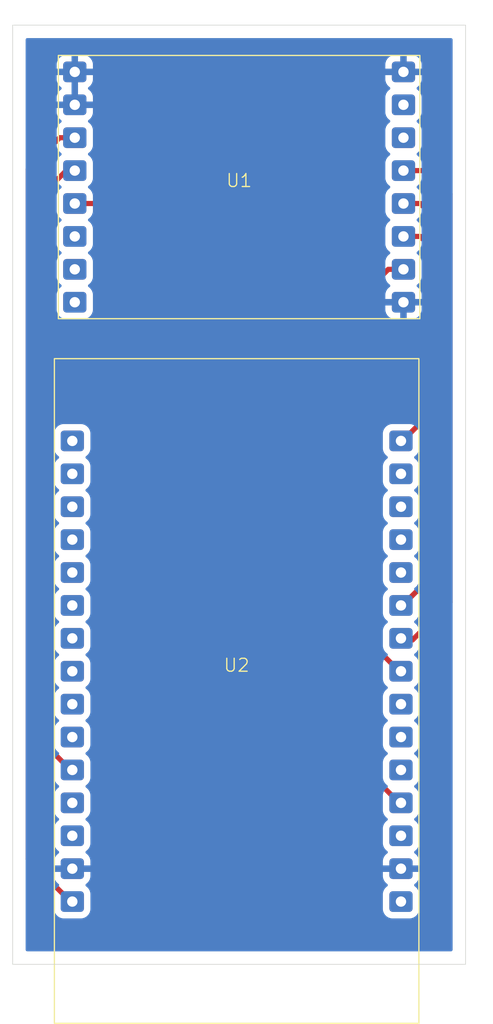
<source format=kicad_pcb>
(kicad_pcb (version 20240108) (generator "pcbnew") (generator_version "8.0")
  (layers (0 "F.Cu" signal) (31 "B.Cu" power) (36 "B.SilkS" user "B.Silkscreen") (37 "F.SilkS" user "F.Silkscreen") (44 "Edge.Cuts" user))
  (net 0 "")
  (net 1 "GND")
  (net 2 "DIO0")
  (net 6 "RST")
  (net 7 "MISO")
  (net 8 "3V3")
  (net 11 "SCK")
  (net 12 "NSS")
  (net 13 "MOSI")
  (footprint "drdo:ESP32_WROOM_32E" (layer "F.Cu") (at 114.808 87.376)
    (property "Reference" "U2" (at 0 -0.46 0) (layer "F.SilkS") (effects (font (thickness 0.1))))
    (property "Value" "ESP32_WROOM_32E")
    (fp_rect (start -14.085 -24.13) (end 14.085 27.18) (stroke (width 0.1)) (fill none) (layer "F.SilkS"))
    (pad "1" thru_hole roundrect (at -12.7 -17.78) (size 1.8 1.6) (drill 0.8) (layers "*.Cu" "*.Mask") (roundrect_rratio 0.1640419948))
    (pad "2" thru_hole roundrect (at -12.7 -15.24) (size 1.8 1.6) (drill 0.8) (layers "*.Cu" "*.Mask") (roundrect_rratio 0.1640419948))
    (pad "3" thru_hole roundrect (at -12.7 -12.7) (size 1.8 1.6) (drill 0.8) (layers "*.Cu" "*.Mask") (roundrect_rratio 0.1640419948))
    (pad "4" thru_hole roundrect (at -12.7 -10.16) (size 1.8 1.6) (drill 0.8) (layers "*.Cu" "*.Mask") (roundrect_rratio 0.1640419948))
    (pad "5" thru_hole roundrect (at -12.7 -7.62) (size 1.8 1.6) (drill 0.8) (layers "*.Cu" "*.Mask") (roundrect_rratio 0.1640419948))
    (pad "6" thru_hole roundrect (at -12.7 -5.08) (size 1.8 1.6) (drill 0.8) (layers "*.Cu" "*.Mask") (roundrect_rratio 0.1640419948))
    (pad "7" thru_hole roundrect (at -12.7 -2.54) (size 1.8 1.6) (drill 0.8) (layers "*.Cu" "*.Mask") (roundrect_rratio 0.1640419948))
    (pad "8" thru_hole roundrect (at -12.7 0) (size 1.8 1.6) (drill 0.8) (layers "*.Cu" "*.Mask") (roundrect_rratio 0.1640419948))
    (pad "9" thru_hole roundrect (at -12.7 2.54) (size 1.8 1.6) (drill 0.8) (layers "*.Cu" "*.Mask") (roundrect_rratio 0.1640419948))
    (pad "10" thru_hole roundrect (at -12.7 5.08) (size 1.8 1.6) (drill 0.8) (layers "*.Cu" "*.Mask") (roundrect_rratio 0.1640419948))
    (pad "11" thru_hole roundrect (at -12.7 7.62) (size 1.8 1.6) (drill 0.8) (layers "*.Cu" "*.Mask") (roundrect_rratio 0.1640419948) (net 6 "RST"))
    (pad "12" thru_hole roundrect (at -12.7 10.16) (size 1.8 1.6) (drill 0.8) (layers "*.Cu" "*.Mask") (roundrect_rratio 0.1640419948))
    (pad "13" thru_hole roundrect (at -12.7 12.7) (size 1.8 1.6) (drill 0.8) (layers "*.Cu" "*.Mask") (roundrect_rratio 0.1640419948))
    (pad "14" thru_hole roundrect (at -12.7 15.24) (size 1.8 1.6) (drill 0.8) (layers "*.Cu" "*.Mask") (roundrect_rratio 0.1640419948) (net 1 "GND"))
    (pad "15" thru_hole roundrect (at -12.7 17.78) (size 1.8 1.6) (drill 0.8) (layers "*.Cu" "*.Mask") (roundrect_rratio 0.1640419948) (net 8 "3V3"))
    (pad "16" thru_hole roundrect (at 12.7 17.78) (size 1.8 1.6) (drill 0.8) (layers "*.Cu" "*.Mask") (roundrect_rratio 0.1640419948))
    (pad "17" thru_hole roundrect (at 12.7 15.24) (size 1.8 1.6) (drill 0.8) (layers "*.Cu" "*.Mask") (roundrect_rratio 0.1640419948) (net 1 "GND"))
    (pad "18" thru_hole roundrect (at 12.7 12.7) (size 1.8 1.6) (drill 0.8) (layers "*.Cu" "*.Mask") (roundrect_rratio 0.1640419948))
    (pad "19" thru_hole roundrect (at 12.7 10.16) (size 1.8 1.6) (drill 0.8) (layers "*.Cu" "*.Mask") (roundrect_rratio 0.1640419948) (net 2 "DIO0"))
    (pad "20" thru_hole roundrect (at 12.7 7.62) (size 1.8 1.6) (drill 0.8) (layers "*.Cu" "*.Mask") (roundrect_rratio 0.1640419948))
    (pad "21" thru_hole roundrect (at 12.7 5.08) (size 1.8 1.6) (drill 0.8) (layers "*.Cu" "*.Mask") (roundrect_rratio 0.1640419948))
    (pad "22" thru_hole roundrect (at 12.7 2.54) (size 1.8 1.6) (drill 0.8) (layers "*.Cu" "*.Mask") (roundrect_rratio 0.1640419948))
    (pad "23" thru_hole roundrect (at 12.7 0) (size 1.8 1.6) (drill 0.8) (layers "*.Cu" "*.Mask") (roundrect_rratio 0.1640419948) (net 12 "NSS"))
    (pad "24" thru_hole roundrect (at 12.7 -2.54) (size 1.8 1.6) (drill 0.8) (layers "*.Cu" "*.Mask") (roundrect_rratio 0.1640419948) (net 11 "SCK"))
    (pad "25" thru_hole roundrect (at 12.7 -5.08) (size 1.8 1.6) (drill 0.8) (layers "*.Cu" "*.Mask") (roundrect_rratio 0.1640419948) (net 7 "MISO"))
    (pad "26" thru_hole roundrect (at 12.7 -7.62) (size 1.8 1.6) (drill 0.8) (layers "*.Cu" "*.Mask") (roundrect_rratio 0.1640419948))
    (pad "27" thru_hole roundrect (at 12.7 -10.16) (size 1.8 1.6) (drill 0.8) (layers "*.Cu" "*.Mask") (roundrect_rratio 0.1640419948))
    (pad "28" thru_hole roundrect (at 12.7 -12.7) (size 1.8 1.6) (drill 0.8) (layers "*.Cu" "*.Mask") (roundrect_rratio 0.1640419948))
    (pad "29" thru_hole roundrect (at 12.7 -15.24) (size 1.8 1.6) (drill 0.8) (layers "*.Cu" "*.Mask") (roundrect_rratio 0.1640419948))
    (pad "30" thru_hole roundrect (at 12.7 -17.78) (size 1.8 1.6) (drill 0.8) (layers "*.Cu" "*.Mask") (roundrect_rratio 0.1640419948) (net 13 "MOSI"))
  )
  (footprint "drdo:LoRA_Ra02" (layer "F.Cu") (at 115 50)
    (property "Reference" "U1" (at 0 -0.5 0) (layer "F.SilkS") (effects (font (thickness 0.1))))
    (property "Value" "LoRa_Ra02")
    (fp_rect (start -13.97 -10.16) (end 13.97 10.16) (stroke (width 0.1)) (fill none) (layer "F.SilkS"))
    (pad "1" thru_hole roundrect (at -12.7 -8.89) (size 1.8 1.6) (drill 0.8) (layers "*.Cu" "*.Mask") (roundrect_rratio 0.1640419948) (net 1 "GND"))
    (pad "2" thru_hole roundrect (at -12.7 -6.35) (size 1.8 1.6) (drill 0.8) (layers "*.Cu" "*.Mask") (roundrect_rratio 0.1640419948) (net 1 "GND"))
    (pad "3" thru_hole roundrect (at -12.7 -3.81) (size 1.8 1.6) (drill 0.8) (layers "*.Cu" "*.Mask") (roundrect_rratio 0.1640419948) (net 8 "3V3"))
    (pad "4" thru_hole roundrect (at -12.7 -1.27) (size 1.8 1.6) (drill 0.8) (layers "*.Cu" "*.Mask") (roundrect_rratio 0.1640419948) (net 6 "RST"))
    (pad "5" thru_hole roundrect (at -12.7 1.27) (size 1.8 1.6) (drill 0.8) (layers "*.Cu" "*.Mask") (roundrect_rratio 0.1640419948) (net 2 "DIO0"))
    (pad "6" thru_hole roundrect (at -12.7 3.81) (size 1.8 1.6) (drill 0.8) (layers "*.Cu" "*.Mask") (roundrect_rratio 0.1640419948))
    (pad "7" thru_hole roundrect (at -12.7 6.35) (size 1.8 1.6) (drill 0.8) (layers "*.Cu" "*.Mask") (roundrect_rratio 0.1640419948))
    (pad "8" thru_hole roundrect (at -12.7 8.89) (size 1.8 1.6) (drill 0.8) (layers "*.Cu" "*.Mask") (roundrect_rratio 0.1640419948))
    (pad "9" thru_hole roundrect (at 12.7 8.89) (size 1.8 1.6) (drill 0.8) (layers "*.Cu" "*.Mask") (roundrect_rratio 0.1640419948) (net 1 "GND"))
    (pad "10" thru_hole roundrect (at 12.7 6.35) (size 1.8 1.6) (drill 0.8) (layers "*.Cu" "*.Mask") (roundrect_rratio 0.1640419948) (net 12 "NSS"))
    (pad "11" thru_hole roundrect (at 12.7 3.81) (size 1.8 1.6) (drill 0.8) (layers "*.Cu" "*.Mask") (roundrect_rratio 0.1640419948) (net 13 "MOSI"))
    (pad "12" thru_hole roundrect (at 12.7 1.27) (size 1.8 1.6) (drill 0.8) (layers "*.Cu" "*.Mask") (roundrect_rratio 0.1640419948) (net 7 "MISO"))
    (pad "13" thru_hole roundrect (at 12.7 -1.27) (size 1.8 1.6) (drill 0.8) (layers "*.Cu" "*.Mask") (roundrect_rratio 0.1640419948) (net 11 "SCK"))
    (pad "14" thru_hole roundrect (at 12.7 -3.81) (size 1.8 1.6) (drill 0.8) (layers "*.Cu" "*.Mask") (roundrect_rratio 0.1640419948))
    (pad "15" thru_hole roundrect (at 12.7 -6.35) (size 1.8 1.6) (drill 0.8) (layers "*.Cu" "*.Mask") (roundrect_rratio 0.1640419948))
    (pad "16" thru_hole roundrect (at 12.7 -8.89) (size 1.8 1.6) (drill 0.8) (layers "*.Cu" "*.Mask") (roundrect_rratio 0.1640419948) (net 1 "GND"))
  )
  (gr_rect (start 97.5 37.5) (end 132.5 110) (stroke (width 0.05)) (fill none) (layer "Edge.Cuts"))
  (segment (start 124.576 94.736) (end 127.5 97.66) (width 0.4) (layer "F.Cu") (net 2))
  (segment (start 102.3 51.27) (end 118.834 51.27) (width 0.4) (layer "F.Cu") (net 2))
  (segment (start 118.834 51.27) (end 124.576 57.012) (width 0.4) (layer "F.Cu") (net 2))
  (segment (start 124.576 57.012) (end 124.576 94.736) (width 0.4) (layer "F.Cu") (net 2))
  (segment (start 101.638 48.73) (end 99.6 50.768) (width 0.4) (layer "F.Cu") (net 6))
  (segment (start 99.6 92.62) (end 102.1 95.12) (width 0.4) (layer "F.Cu") (net 6))
  (segment (start 102.3 48.73) (end 101.638 48.73) (width 0.4) (layer "F.Cu") (net 6))
  (segment (start 99.6 50.768) (end 99.6 92.62) (width 0.4) (layer "F.Cu") (net 6))
  (segment (start 130.4 79.52) (end 130.4 52.676) (width 0.4) (layer "F.Cu") (net 7))
  (segment (start 127.5 82.42) (end 130.4 79.52) (width 0.4) (layer "F.Cu") (net 7))
  (segment (start 128.994 51.27) (end 127.7 51.27) (width 0.4) (layer "F.Cu") (net 7))
  (segment (start 130.4 52.676) (end 128.994 51.27) (width 0.4) (layer "F.Cu") (net 7))
  (segment (start 102.3 46.19) (end 101.13 46.19) (width 0.4) (layer "F.Cu") (net 8))
  (segment (start 98.7 101.88) (end 102.1 105.28) (width 0.4) (layer "F.Cu") (net 8))
  (segment (start 101.13 46.19) (end 98.7 48.62) (width 0.4) (layer "F.Cu") (net 8))
  (segment (start 98.7 48.62) (end 98.7 101.88) (width 0.4) (layer "F.Cu") (net 8))
  (segment (start 128.4 84.96) (end 131.3 82.06) (width 0.4) (layer "F.Cu") (net 11))
  (segment (start 129.502 48.73) (end 127.7 48.73) (width 0.4) (layer "F.Cu") (net 11))
  (segment (start 131.3 50.528) (end 129.502 48.73) (width 0.4) (layer "F.Cu") (net 11))
  (segment (start 127.5 84.96) (end 128.4 84.96) (width 0.4) (layer "F.Cu") (net 11))
  (segment (start 131.3 82.06) (end 131.3 50.528) (width 0.4) (layer "F.Cu") (net 11))
  (segment (start 126.53 56.35) (end 125.476 57.404) (width 0.4) (layer "F.Cu") (net 12))
  (segment (start 125.476 57.404) (end 125.476 85.476) (width 0.4) (layer "F.Cu") (net 12))
  (segment (start 127.7 56.35) (end 126.53 56.35) (width 0.4) (layer "F.Cu") (net 12))
  (segment (start 125.476 85.476) (end 127.5 87.5) (width 0.4) (layer "F.Cu") (net 12))
  (segment (start 128.994 53.81) (end 129.5 54.316) (width 0.4) (layer "F.Cu") (net 13))
  (segment (start 127.7 53.81) (end 128.994 53.81) (width 0.4) (layer "F.Cu") (net 13))
  (segment (start 129.5 67.72) (end 127.5 69.72) (width 0.4) (layer "F.Cu") (net 13))
  (segment (start 129.5 54.316) (end 129.5 67.72) (width 0.4) (layer "F.Cu") (net 13))
  (zone (net 1) (net_name "GND") (layer "B.Cu") (connect_pads (clearance 0.5)) (min_thickness 0.25) (fill yes (thermal_gap 0.5) (thermal_bridge_width 0.5))
    (polygon (pts (xy 96.52 35.56) (xy 96.52 111.76) (xy 134.62 111.76) (xy 134.62 35.56)))
  )
)
</source>
